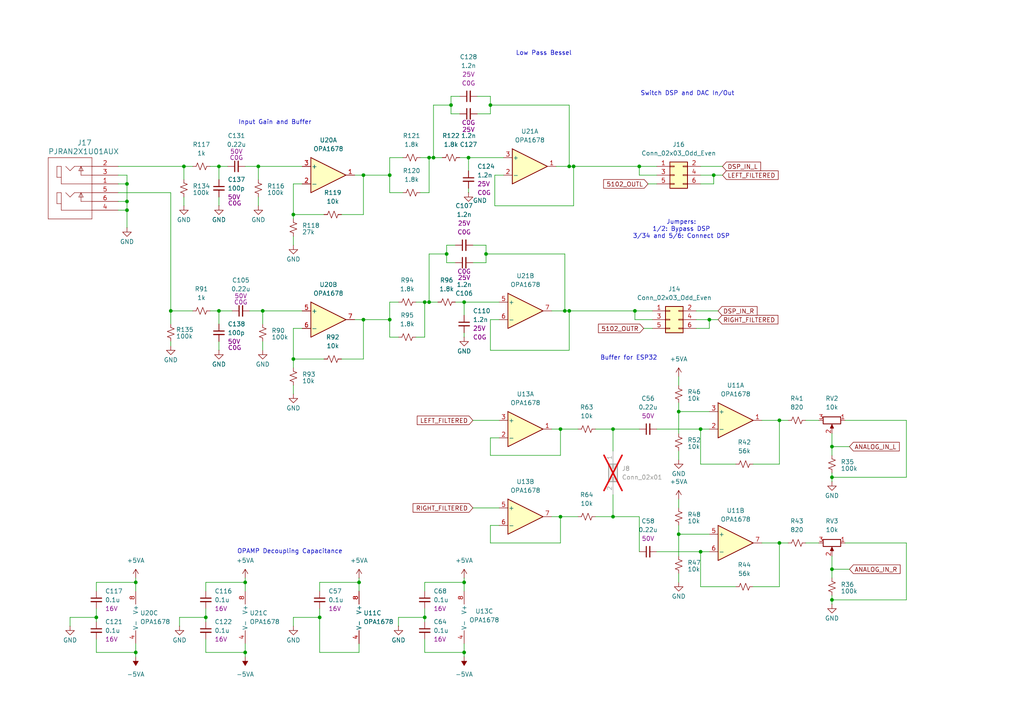
<source format=kicad_sch>
(kicad_sch (version 20250114) (generator "eeschema") (generator_version "9.0")
  (paper "A4")
  (lib_symbols
    (symbol "1_User_Library:Capacitor_non_polar" (pin_numbers (hide yes)) (pin_names (offset 0.254) (hide yes))
      (property "Reference" "C" (at 2.54 1.778 0))
      (property "Value" "val" (at 2.54 0 0))
      (property "Voltage" "Vol" (at 2.54 -2.032 0))
      (symbol "Capacitor_non_polar_1_1"
        (pin passive line (at 0 2.54 270) (length 2.032) (name "~") (number "1"))
        (pin passive line (at 0 -2.54 90) (length 2.032) (name "~") (number "2"))
      )
    )
    (symbol "1_User_Library:PJRAN2X1U01AUX" (pin_names (offset 0.254))
      (property "Reference" "J" (at 12.065 5.08 0))
      (property "Value" "PJRAN2X1U01AUX" (at 11.938 3.81 0))
      (symbol "PJRAN2X1U01AUX_1_0"
        (pin unspecified line (at -2.54 0 0) (length 7.62) (name "") (number "2"))
        (pin unspecified line (at -2.54 -2.54 0) (length 7.62) (name "") (number "3"))
        (pin unspecified line (at -2.54 -5.08 0) (length 7.62) (name "") (number "1"))
        (pin unspecified line (at -2.54 -7.62 0) (length 7.62) (name "") (number "5"))
        (pin unspecified line (at -2.54 -10.16 0) (length 7.62) (name "") (number "6"))
        (pin unspecified line (at -2.54 -12.7 0) (length 7.62) (name "") (number "4"))
      )
    )
    (symbol "1_User_Library:Resistor" (pin_numbers (hide yes)) (pin_names (offset 0.254) (hide yes))
      (property "Reference" "R" (at 0.762 0.508 0))
      (symbol "Resistor_1_1"
        (pin passive line (at 0 2.54 270) (length 1.016) (name "~") (number "1"))
        (pin passive line (at 0 -2.54 90) (length 1.016) (name "~") (number "2"))
      )
    )
    (symbol "Amplifier_Operational:OPA1678" (pin_names (offset 0.127))
      (property "Reference" "U" (at 0 5.08 0))
      (property "Value" "OPA1678" (at 0 -5.08 0))
      (symbol "OPA1678_1_1"
        (pin input line (at -7.62 2.54 0) (length 2.54) (name "+") (number "3"))
        (pin input line (at -7.62 -2.54 0) (length 2.54) (name "-") (number "2"))
        (pin output line (at 7.62 0 180) (length 2.54) (name "~") (number "1"))
      )
      (symbol "OPA1678_2_1"
        (pin input line (at -7.62 2.54 0) (length 2.54) (name "+") (number "5"))
        (pin input line (at -7.62 -2.54 0) (length 2.54) (name "-") (number "6"))
        (pin output line (at 7.62 0 180) (length 2.54) (name "~") (number "7"))
      )
      (symbol "OPA1678_3_1"
        (pin power_in line (at -2.54 7.62 270) (length 3.81) (name "V+") (number "8"))
        (pin power_in line (at -2.54 -7.62 90) (length 3.81) (name "V-") (number "4"))
      )
    )
    (symbol "Connector_Generic:Conn_02x01" (pin_names (offset 1.016) (hide yes))
      (property "Reference" "J" (at 1.27 2.54 0))
      (property "Value" "Conn_02x01" (at 1.27 -2.54 0))
      (symbol "Conn_02x01_1_1"
        (pin passive line (at -5.08 0 0) (length 3.81) (name "Pin_1") (number "1"))
        (pin passive line (at 7.62 0 180) (length 3.81) (name "Pin_2") (number "2"))
      )
    )
    (symbol "Connector_Generic:Conn_02x03_Odd_Even" (pin_names (offset 1.016) (hide yes))
      (property "Reference" "J" (at 1.27 5.08 0))
      (property "Value" "Conn_02x03_Odd_Even" (at 1.27 -5.08 0))
      (symbol "Conn_02x03_Odd_Even_1_1"
        (pin passive line (at -5.08 2.54 0) (length 3.81) (name "Pin_1") (number "1"))
        (pin passive line (at -5.08 0 0) (length 3.81) (name "Pin_3") (number "3"))
        (pin passive line (at -5.08 -2.54 0) (length 3.81) (name "Pin_5") (number "5"))
        (pin passive line (at 7.62 2.54 180) (length 3.81) (name "Pin_2") (number "2"))
        (pin passive line (at 7.62 0 180) (length 3.81) (name "Pin_4") (number "4"))
        (pin passive line (at 7.62 -2.54 180) (length 3.81) (name "Pin_6") (number "6"))
      )
    )
    (symbol "Device:R_Potentiometer" (pin_names (offset 1.016) (hide yes))
      (property "Reference" "RV" (at -4.445 0 90))
      (property "Value" "R_Potentiometer" (at -2.54 0 90))
      (symbol "R_Potentiometer_1_1"
        (pin passive line (at 0 3.81 270) (length 1.27) (name "1") (number "1"))
        (pin passive line (at 0 -3.81 90) (length 1.27) (name "3") (number "3"))
        (pin passive line (at 3.81 0 180) (length 1.27) (name "2") (number "2"))
      )
    )
    (symbol "power:+5VA" (power) (pin_numbers (hide yes)) (pin_names (offset 0) (hide yes))
      (property "Value" "+5VA" (at 0 3.556 0))
      (symbol "+5VA_1_1"
        (pin power_in line (at 0 0 90) (length 0) (name "~") (number "1"))
      )
    )
    (symbol "power:-5VA" (power) (pin_numbers (hide yes)) (pin_names (offset 0) (hide yes))
      (property "Value" "-5VA" (at 0 3.556 0))
      (symbol "-5VA_0_0"
        (pin power_in line (at 0 0 90) (length 0) (name "~") (number "1"))
      )
    )
    (symbol "power:GND" (power) (pin_numbers (hide yes)) (pin_names (offset 0) (hide yes))
      (property "Value" "GND" (at 0 -3.81 0))
      (symbol "GND_1_1"
        (pin power_in line (at 0 0 270) (length 0) (name "~") (number "1"))
      )
    )
  )
  (text "Jumpers:\n1/2: Bypass DSP\n3/34 and 5/6: Connect DSP" (at 197.612 66.548 0) (effects (font (size 1.27 1.27))))
  (text "Switch DSP and DAC In/Out" (at 199.39 27.178 0) (effects (font (size 1.27 1.27))))
  (text "Buffer for ESP32" (at 182.372 103.886 0) (effects (font (size 1.27 1.27))))
  (text "OPAMP Decoupling Capacitance" (at 84.074 160.02 0) (effects (font (size 1.27 1.27))))
  (text "Low Pass Bessel" (at 157.734 15.494 0) (effects (font (size 1.27 1.27))))
  (text "Input Gain and Buffer" (at 79.756 35.56 0) (effects (font (size 1.27 1.27))))
  (junction (at 130.81 30.48))
  (junction (at 134.62 87.63))
  (junction (at 162.56 149.86))
  (junction (at 36.83 60.96))
  (junction (at 124.46 45.72))
  (junction (at 134.62 189.23))
  (junction (at 177.8 124.46))
  (junction (at 205.74 92.71))
  (junction (at 226.06 121.92))
  (junction (at 39.37 189.23))
  (junction (at 105.41 50.8))
  (junction (at 135.89 45.72))
  (junction (at 63.5 90.17))
  (junction (at 203.2 124.46))
  (junction (at 76.2 90.17))
  (junction (at 49.53 90.17))
  (junction (at 113.03 92.71))
  (junction (at 59.69 179.07))
  (junction (at 134.62 168.91))
  (junction (at 207.01 50.8))
  (junction (at 63.5 48.26))
  (junction (at 53.34 48.26))
  (junction (at 163.83 90.17))
  (junction (at 162.56 124.46))
  (junction (at 185.42 48.26))
  (junction (at 125.73 45.72))
  (junction (at 123.19 179.07))
  (junction (at 142.24 30.48))
  (junction (at 241.3 138.43))
  (junction (at 177.8 149.86))
  (junction (at 124.46 87.63))
  (junction (at 165.1 90.17))
  (junction (at 196.85 119.38))
  (junction (at 85.09 62.23))
  (junction (at 36.83 53.34))
  (junction (at 165.1 48.26))
  (junction (at 140.97 73.66))
  (junction (at 74.93 48.26))
  (junction (at 123.19 87.63))
  (junction (at 27.94 179.07))
  (junction (at 129.54 73.66))
  (junction (at 39.37 168.91))
  (junction (at 85.09 104.14))
  (junction (at 241.3 173.99))
  (junction (at 104.14 168.91))
  (junction (at 241.3 129.54))
  (junction (at 203.2 160.02))
  (junction (at 226.06 157.48))
  (junction (at 166.37 48.26))
  (junction (at 184.15 90.17))
  (junction (at 92.71 179.07))
  (junction (at 36.83 58.42))
  (junction (at 113.03 50.8))
  (junction (at 71.12 189.23))
  (junction (at 196.85 154.94))
  (junction (at 71.12 168.91))
  (junction (at 105.41 92.71))
  (junction (at 241.3 165.1))
  (wire (pts (xy 115.57 179.07) (xy 123.19 179.07)))
  (wire (pts (xy 36.83 53.34) (xy 36.83 58.42)))
  (wire (pts (xy 49.53 90.17) (xy 55.88 90.17)))
  (wire (pts (xy 196.85 166.37) (xy 196.85 168.91)))
  (wire (pts (xy 186.69 95.25) (xy 189.23 95.25)))
  (wire (pts (xy 27.94 176.53) (xy 27.94 179.07)))
  (wire (pts (xy 123.19 176.53) (xy 123.19 179.07)))
  (wire (pts (xy 137.16 121.92) (xy 144.78 121.92)))
  (wire (pts (xy 115.57 181.61) (xy 115.57 179.07)))
  (wire (pts (xy 85.09 181.61) (xy 85.09 179.07)))
  (wire (pts (xy 105.41 92.71) (xy 105.41 104.14)))
  (wire (pts (xy 185.42 160.02) (xy 185.42 149.86)))
  (wire (pts (xy 140.97 73.66) (xy 163.83 73.66)))
  (wire (pts (xy 123.19 97.79) (xy 123.19 87.63)))
  (wire (pts (xy 207.01 50.8) (xy 209.55 50.8)))
  (wire (pts (xy 241.3 138.43) (xy 241.3 139.7)))
  (wire (pts (xy 121.92 55.88) (xy 124.46 55.88)))
  (wire (pts (xy 113.03 45.72) (xy 116.84 45.72)))
  (wire (pts (xy 134.62 189.23) (xy 134.62 190.5)))
  (wire (pts (xy 142.24 30.48) (xy 165.1 30.48)))
  (wire (pts (xy 113.03 92.71) (xy 113.03 97.79)))
  (wire (pts (xy 74.93 57.15) (xy 74.93 59.69)))
  (wire (pts (xy 203.2 53.34) (xy 207.01 53.34)))
  (wire (pts (xy 137.16 76.2) (xy 140.97 76.2)))
  (wire (pts (xy 262.89 157.48) (xy 262.89 173.99)))
  (wire (pts (xy 115.57 97.79) (xy 113.03 97.79)))
  (wire (pts (xy 87.63 53.34) (xy 85.09 53.34)))
  (wire (pts (xy 196.85 130.81) (xy 196.85 133.35)))
  (wire (pts (xy 27.94 189.23) (xy 39.37 189.23)))
  (wire (pts (xy 203.2 170.18) (xy 203.2 160.02)))
  (wire (pts (xy 129.54 76.2) (xy 129.54 73.66)))
  (wire (pts (xy 196.85 109.22) (xy 196.85 111.76)))
  (wire (pts (xy 241.3 129.54) (xy 246.38 129.54)))
  (wire (pts (xy 105.41 92.71) (xy 113.03 92.71)))
  (wire (pts (xy 134.62 96.52) (xy 134.62 97.79)))
  (wire (pts (xy 135.89 54.61) (xy 135.89 55.88)))
  (wire (pts (xy 104.14 186.69) (xy 104.14 189.23)))
  (wire (pts (xy 134.62 168.91) (xy 134.62 171.45)))
  (wire (pts (xy 163.83 90.17) (xy 165.1 90.17)))
  (wire (pts (xy 60.96 48.26) (xy 63.5 48.26)))
  (wire (pts (xy 133.35 45.72) (xy 135.89 45.72)))
  (wire (pts (xy 85.09 111.76) (xy 85.09 114.3)))
  (wire (pts (xy 20.32 179.07) (xy 27.94 179.07)))
  (wire (pts (xy 196.85 154.94) (xy 196.85 161.29)))
  (wire (pts (xy 74.93 48.26) (xy 74.93 52.07)))
  (wire (pts (xy 116.84 55.88) (xy 113.03 55.88)))
  (wire (pts (xy 226.06 121.92) (xy 228.6 121.92)))
  (wire (pts (xy 113.03 50.8) (xy 113.03 55.88)))
  (wire (pts (xy 177.8 124.46) (xy 177.8 130.81)))
  (wire (pts (xy 137.16 147.32) (xy 144.78 147.32)))
  (wire (pts (xy 201.93 90.17) (xy 208.28 90.17)))
  (wire (pts (xy 143.51 50.8) (xy 143.51 59.69)))
  (wire (pts (xy 135.89 45.72) (xy 135.89 49.53)))
  (wire (pts (xy 241.3 172.72) (xy 241.3 173.99)))
  (wire (pts (xy 53.34 48.26) (xy 53.34 52.07)))
  (wire (pts (xy 144.78 127) (xy 142.24 127)))
  (wire (pts (xy 172.72 124.46) (xy 177.8 124.46)))
  (wire (pts (xy 190.5 50.8) (xy 185.42 50.8)))
  (wire (pts (xy 113.03 87.63) (xy 115.57 87.63)))
  (wire (pts (xy 76.2 99.06) (xy 76.2 101.6)))
  (wire (pts (xy 34.29 50.8) (xy 36.83 50.8)))
  (wire (pts (xy 92.71 189.23) (xy 104.14 189.23)))
  (wire (pts (xy 162.56 157.48) (xy 162.56 149.86)))
  (wire (pts (xy 165.1 48.26) (xy 166.37 48.26)))
  (wire (pts (xy 39.37 189.23) (xy 39.37 190.5)))
  (wire (pts (xy 140.97 76.2) (xy 140.97 73.66)))
  (wire (pts (xy 189.23 92.71) (xy 184.15 92.71)))
  (wire (pts (xy 120.65 87.63) (xy 123.19 87.63)))
  (wire (pts (xy 143.51 59.69) (xy 166.37 59.69)))
  (wire (pts (xy 220.98 157.48) (xy 226.06 157.48)))
  (wire (pts (xy 218.44 134.62) (xy 226.06 134.62)))
  (wire (pts (xy 63.5 90.17) (xy 67.31 90.17)))
  (wire (pts (xy 99.06 62.23) (xy 105.41 62.23)))
  (wire (pts (xy 203.2 48.26) (xy 209.55 48.26)))
  (wire (pts (xy 105.41 50.8) (xy 105.41 62.23)))
  (wire (pts (xy 124.46 55.88) (xy 124.46 45.72)))
  (wire (pts (xy 134.62 87.63) (xy 134.62 91.44)))
  (wire (pts (xy 123.19 87.63) (xy 124.46 87.63)))
  (wire (pts (xy 102.87 50.8) (xy 105.41 50.8)))
  (wire (pts (xy 241.3 161.29) (xy 241.3 165.1)))
  (wire (pts (xy 34.29 48.26) (xy 53.34 48.26)))
  (wire (pts (xy 245.11 121.92) (xy 262.89 121.92)))
  (wire (pts (xy 226.06 134.62) (xy 226.06 121.92)))
  (wire (pts (xy 134.62 87.63) (xy 144.78 87.63)))
  (wire (pts (xy 85.09 95.25) (xy 85.09 104.14)))
  (wire (pts (xy 233.68 157.48) (xy 237.49 157.48)))
  (wire (pts (xy 166.37 59.69) (xy 166.37 48.26)))
  (wire (pts (xy 144.78 92.71) (xy 142.24 92.71)))
  (wire (pts (xy 27.94 171.45) (xy 27.94 168.91)))
  (wire (pts (xy 85.09 62.23) (xy 85.09 63.5)))
  (wire (pts (xy 207.01 53.34) (xy 207.01 50.8)))
  (wire (pts (xy 165.1 101.6) (xy 165.1 90.17)))
  (wire (pts (xy 124.46 87.63) (xy 127 87.63)))
  (wire (pts (xy 130.81 27.94) (xy 130.81 30.48)))
  (wire (pts (xy 39.37 186.69) (xy 39.37 189.23)))
  (wire (pts (xy 160.02 124.46) (xy 162.56 124.46)))
  (wire (pts (xy 59.69 185.42) (xy 59.69 189.23)))
  (wire (pts (xy 85.09 179.07) (xy 92.71 179.07)))
  (wire (pts (xy 59.69 171.45) (xy 59.69 168.91)))
  (wire (pts (xy 71.12 48.26) (xy 74.93 48.26)))
  (wire (pts (xy 203.2 124.46) (xy 205.74 124.46)))
  (wire (pts (xy 105.41 104.14) (xy 99.06 104.14)))
  (wire (pts (xy 135.89 45.72) (xy 146.05 45.72)))
  (wire (pts (xy 130.81 30.48) (xy 125.73 30.48)))
  (wire (pts (xy 34.29 58.42) (xy 36.83 58.42)))
  (wire (pts (xy 142.24 101.6) (xy 165.1 101.6)))
  (wire (pts (xy 92.71 176.53) (xy 92.71 179.07)))
  (wire (pts (xy 133.35 33.02) (xy 130.81 33.02)))
  (wire (pts (xy 104.14 168.91) (xy 104.14 171.45)))
  (wire (pts (xy 59.69 176.53) (xy 59.69 179.07)))
  (wire (pts (xy 137.16 71.12) (xy 140.97 71.12)))
  (wire (pts (xy 142.24 152.4) (xy 142.24 157.48)))
  (wire (pts (xy 245.11 157.48) (xy 262.89 157.48)))
  (wire (pts (xy 185.42 50.8) (xy 185.42 48.26)))
  (wire (pts (xy 92.71 171.45) (xy 92.71 168.91)))
  (wire (pts (xy 203.2 160.02) (xy 205.74 160.02)))
  (wire (pts (xy 201.93 92.71) (xy 205.74 92.71)))
  (wire (pts (xy 177.8 143.51) (xy 177.8 149.86)))
  (wire (pts (xy 132.08 76.2) (xy 129.54 76.2)))
  (wire (pts (xy 134.62 167.64) (xy 134.62 168.91)))
  (wire (pts (xy 241.3 173.99) (xy 241.3 175.26)))
  (wire (pts (xy 185.42 48.26) (xy 190.5 48.26)))
  (wire (pts (xy 71.12 167.64) (xy 71.12 168.91)))
  (wire (pts (xy 162.56 149.86) (xy 167.64 149.86)))
  (wire (pts (xy 76.2 90.17) (xy 87.63 90.17)))
  (wire (pts (xy 104.14 167.64) (xy 104.14 168.91)))
  (wire (pts (xy 241.3 165.1) (xy 246.38 165.1)))
  (wire (pts (xy 196.85 119.38) (xy 205.74 119.38)))
  (wire (pts (xy 105.41 50.8) (xy 113.03 50.8)))
  (wire (pts (xy 93.98 104.14) (xy 85.09 104.14)))
  (wire (pts (xy 196.85 144.78) (xy 196.85 147.32)))
  (wire (pts (xy 36.83 58.42) (xy 36.83 60.96)))
  (wire (pts (xy 125.73 30.48) (xy 125.73 45.72)))
  (wire (pts (xy 132.08 87.63) (xy 134.62 87.63)))
  (wire (pts (xy 63.5 59.69) (xy 63.5 57.15)))
  (wire (pts (xy 53.34 48.26) (xy 55.88 48.26)))
  (wire (pts (xy 130.81 33.02) (xy 130.81 30.48)))
  (wire (pts (xy 162.56 132.08) (xy 162.56 124.46)))
  (wire (pts (xy 85.09 104.14) (xy 85.09 106.68)))
  (wire (pts (xy 241.3 125.73) (xy 241.3 129.54)))
  (wire (pts (xy 124.46 45.72) (xy 125.73 45.72)))
  (wire (pts (xy 63.5 101.6) (xy 63.5 99.06)))
  (wire (pts (xy 27.94 185.42) (xy 27.94 189.23)))
  (wire (pts (xy 177.8 149.86) (xy 172.72 149.86)))
  (wire (pts (xy 71.12 168.91) (xy 71.12 171.45)))
  (wire (pts (xy 177.8 124.46) (xy 185.42 124.46)))
  (wire (pts (xy 241.3 137.16) (xy 241.3 138.43)))
  (wire (pts (xy 49.53 90.17) (xy 49.53 55.88)))
  (wire (pts (xy 129.54 71.12) (xy 129.54 73.66)))
  (wire (pts (xy 63.5 48.26) (xy 63.5 52.07)))
  (wire (pts (xy 123.19 179.07) (xy 123.19 180.34)))
  (wire (pts (xy 74.93 48.26) (xy 87.63 48.26)))
  (wire (pts (xy 185.42 149.86) (xy 177.8 149.86)))
  (wire (pts (xy 49.53 90.17) (xy 49.53 93.98)))
  (wire (pts (xy 201.93 95.25) (xy 205.74 95.25)))
  (wire (pts (xy 142.24 157.48) (xy 162.56 157.48)))
  (wire (pts (xy 123.19 189.23) (xy 134.62 189.23)))
  (wire (pts (xy 140.97 71.12) (xy 140.97 73.66)))
  (wire (pts (xy 34.29 60.96) (xy 36.83 60.96)))
  (wire (pts (xy 226.06 157.48) (xy 228.6 157.48)))
  (wire (pts (xy 113.03 45.72) (xy 113.03 50.8)))
  (wire (pts (xy 142.24 33.02) (xy 142.24 30.48)))
  (wire (pts (xy 165.1 90.17) (xy 184.15 90.17)))
  (wire (pts (xy 53.34 57.15) (xy 53.34 59.69)))
  (wire (pts (xy 196.85 154.94) (xy 205.74 154.94)))
  (wire (pts (xy 165.1 30.48) (xy 165.1 48.26)))
  (wire (pts (xy 166.37 48.26) (xy 185.42 48.26)))
  (wire (pts (xy 125.73 45.72) (xy 128.27 45.72)))
  (wire (pts (xy 160.02 90.17) (xy 163.83 90.17)))
  (wire (pts (xy 233.68 121.92) (xy 237.49 121.92)))
  (wire (pts (xy 49.53 99.06) (xy 49.53 100.33)))
  (wire (pts (xy 142.24 127) (xy 142.24 132.08)))
  (wire (pts (xy 34.29 53.34) (xy 36.83 53.34)))
  (wire (pts (xy 146.05 50.8) (xy 143.51 50.8)))
  (wire (pts (xy 85.09 53.34) (xy 85.09 62.23)))
  (wire (pts (xy 163.83 73.66) (xy 163.83 90.17)))
  (wire (pts (xy 129.54 73.66) (xy 124.46 73.66)))
  (wire (pts (xy 123.19 168.91) (xy 134.62 168.91)))
  (wire (pts (xy 71.12 186.69) (xy 71.12 189.23)))
  (wire (pts (xy 213.36 134.62) (xy 203.2 134.62)))
  (wire (pts (xy 162.56 124.46) (xy 167.64 124.46)))
  (wire (pts (xy 218.44 170.18) (xy 226.06 170.18)))
  (wire (pts (xy 60.96 90.17) (xy 63.5 90.17)))
  (wire (pts (xy 213.36 170.18) (xy 203.2 170.18)))
  (wire (pts (xy 124.46 73.66) (xy 124.46 87.63)))
  (wire (pts (xy 262.89 138.43) (xy 241.3 138.43)))
  (wire (pts (xy 59.69 168.91) (xy 71.12 168.91)))
  (wire (pts (xy 39.37 167.64) (xy 39.37 168.91)))
  (wire (pts (xy 85.09 62.23) (xy 93.98 62.23)))
  (wire (pts (xy 262.89 121.92) (xy 262.89 138.43)))
  (wire (pts (xy 203.2 134.62) (xy 203.2 124.46)))
  (wire (pts (xy 92.71 168.91) (xy 104.14 168.91)))
  (wire (pts (xy 123.19 171.45) (xy 123.19 168.91)))
  (wire (pts (xy 34.29 55.88) (xy 49.53 55.88)))
  (wire (pts (xy 241.3 129.54) (xy 241.3 132.08)))
  (wire (pts (xy 142.24 132.08) (xy 162.56 132.08)))
  (wire (pts (xy 85.09 68.58) (xy 85.09 71.12)))
  (wire (pts (xy 187.96 53.34) (xy 190.5 53.34)))
  (wire (pts (xy 142.24 92.71) (xy 142.24 101.6)))
  (wire (pts (xy 196.85 152.4) (xy 196.85 154.94)))
  (wire (pts (xy 92.71 179.07) (xy 92.71 189.23)))
  (wire (pts (xy 241.3 165.1) (xy 241.3 167.64)))
  (wire (pts (xy 123.19 185.42) (xy 123.19 189.23)))
  (wire (pts (xy 184.15 92.71) (xy 184.15 90.17)))
  (wire (pts (xy 142.24 27.94) (xy 142.24 30.48)))
  (wire (pts (xy 52.07 181.61) (xy 52.07 179.07)))
  (wire (pts (xy 205.74 92.71) (xy 208.28 92.71)))
  (wire (pts (xy 138.43 27.94) (xy 142.24 27.94)))
  (wire (pts (xy 226.06 170.18) (xy 226.06 157.48)))
  (wire (pts (xy 262.89 173.99) (xy 241.3 173.99)))
  (wire (pts (xy 190.5 160.02) (xy 203.2 160.02)))
  (wire (pts (xy 120.65 97.79) (xy 123.19 97.79)))
  (wire (pts (xy 71.12 189.23) (xy 71.12 190.5)))
  (wire (pts (xy 138.43 33.02) (xy 142.24 33.02)))
  (wire (pts (xy 220.98 121.92) (xy 226.06 121.92)))
  (wire (pts (xy 161.29 48.26) (xy 165.1 48.26)))
  (wire (pts (xy 36.83 60.96) (xy 36.83 66.04)))
  (wire (pts (xy 196.85 116.84) (xy 196.85 119.38)))
  (wire (pts (xy 39.37 168.91) (xy 39.37 171.45)))
  (wire (pts (xy 190.5 124.46) (xy 203.2 124.46)))
  (wire (pts (xy 134.62 186.69) (xy 134.62 189.23)))
  (wire (pts (xy 160.02 149.86) (xy 162.56 149.86)))
  (wire (pts (xy 203.2 50.8) (xy 207.01 50.8)))
  (wire (pts (xy 132.08 71.12) (xy 129.54 71.12)))
  (wire (pts (xy 72.39 90.17) (xy 76.2 90.17)))
  (wire (pts (xy 59.69 179.07) (xy 59.69 180.34)))
  (wire (pts (xy 36.83 50.8) (xy 36.83 53.34)))
  (wire (pts (xy 144.78 152.4) (xy 142.24 152.4)))
  (wire (pts (xy 63.5 48.26) (xy 66.04 48.26)))
  (wire (pts (xy 113.03 87.63) (xy 113.03 92.71)))
  (wire (pts (xy 59.69 189.23) (xy 71.12 189.23)))
  (wire (pts (xy 184.15 90.17) (xy 189.23 90.17)))
  (wire (pts (xy 87.63 95.25) (xy 85.09 95.25)))
  (wire (pts (xy 63.5 90.17) (xy 63.5 93.98)))
  (wire (pts (xy 27.94 168.91) (xy 39.37 168.91)))
  (wire (pts (xy 20.32 181.61) (xy 20.32 179.07)))
  (wire (pts (xy 102.87 92.71) (xy 105.41 92.71)))
  (wire (pts (xy 205.74 95.25) (xy 205.74 92.71)))
  (wire (pts (xy 52.07 179.07) (xy 59.69 179.07)))
  (wire (pts (xy 121.92 45.72) (xy 124.46 45.72)))
  (wire (pts (xy 196.85 119.38) (xy 196.85 125.73)))
  (wire (pts (xy 27.94 179.07) (xy 27.94 180.34)))
  (wire (pts (xy 76.2 90.17) (xy 76.2 93.98)))
  (wire (pts (xy 133.35 27.94) (xy 130.81 27.94)))
  (global_label "DSP_IN_L" (shape input) (at 209.55 48.26 0) (property "Intersheetrefs" "${INTERSHEET_REFS}" (effects (hide yes))))
  (global_label "LEFT_FILTERED" (shape input) (at 209.55 50.8 0) (property "Intersheetrefs" "${INTERSHEET_REFS}" (effects (hide yes))))
  (global_label "ANALOG_IN_L" (shape input) (at 246.38 129.54 0) (property "Intersheetrefs" "${INTERSHEET_REFS}" (effects (hide yes))))
  (global_label "RIGHT_FILTERED" (shape input) (at 208.28 92.71 0) (property "Intersheetrefs" "${INTERSHEET_REFS}" (effects (hide yes))))
  (global_label "ANALOG_IN_R" (shape input) (at 246.38 165.1 0) (property "Intersheetrefs" "${INTERSHEET_REFS}" (effects (hide yes))))
  (global_label "RIGHT_FILTERED" (shape input) (at 137.16 147.32 180) (property "Intersheetrefs" "${INTERSHEET_REFS}" (effects (hide yes))))
  (global_label "DSP_IN_R" (shape input) (at 208.28 90.17 0) (property "Intersheetrefs" "${INTERSHEET_REFS}" (effects (hide yes))))
  (global_label "5102_OUTR" (shape input) (at 186.69 95.25 180) (property "Intersheetrefs" "${INTERSHEET_REFS}" (effects (hide yes))))
  (global_label "5102_OUTL" (shape input) (at 187.96 53.34 180) (property "Intersheetrefs" "${INTERSHEET_REFS}" (effects (hide yes))))
  (global_label "LEFT_FILTERED" (shape input) (at 137.16 121.92 180) (property "Intersheetrefs" "${INTERSHEET_REFS}" (effects (hide yes))))
  (symbol (lib_id "power:GND") (at 115.57 181.61 0) (unit 1)
    (property "Reference" "#PWR0135" (effects (hide yes)))
    (property "Value" "GND" (at 115.57 185.674 0))
    (property "Description" "Power symbol creates a global label with name \"GND\" , ground" (effects (hide yes)))
  )
  (symbol (lib_id "Amplifier_Operational:OPA1678") (at 152.4 90.17 0) (unit 2)
    (property "Reference" "U21" (at 152.4 80.01 0))
    (property "Value" "OPA1678" (at 152.4 82.55 0))
    (property "Footprint" "Package_SO:SOIC-8_3.9x4.9mm_P1.27mm" (effects (hide yes)))
    (property "Datasheet" "http://www.ti.com/lit/ds/symlink/opa1678.pdf" (effects (hide yes)))
    (property "Description" "Low-Distortion Audio Operational Amplifiers, SOIC-8/VSSOP-8" (effects (hide yes)))
    (property "Part Number" "OPA1678IDR" (effects (hide yes)))
    (property "Manufacturer_Part_Number" "OPA1678IDR" (effects (hide yes)))
  )
  (symbol (lib_id "power:+5VA") (at 196.85 109.22 0) (unit 1)
    (property "Reference" "#PWR016" (effects (hide yes)))
    (property "Value" "+5VA" (at 196.85 104.14 0))
    (property "Description" "Power symbol creates a global label with name \"+5VA\"" (effects (hide yes)))
  )
  (symbol (lib_id "1_User_Library:Resistor") (at 96.52 104.14 270) (unit 1)
    (property "Reference" "R92" (at 96.52 97.79 90))
    (property "Value" "10k" (at 96.52 100.33 90))
    (property "Footprint" "Resistor_SMD:R_0603_1608Metric" (effects (hide yes)))
    (property "Part Number" "CRCW060310K0FKEA" (effects (hide yes)))
  )
  (symbol (lib_id "1_User_Library:Capacitor_non_polar") (at 135.89 52.07 0) (unit 1)
    (property "Reference" "C124" (at 138.43 48.2662 0) (effects (justify left)))
    (property "Value" "1.2n" (at 138.43 50.8062 0) (effects (justify left)))
    (property "Footprint" "Capacitor_SMD:C_0603_1608Metric" (effects (hide yes)))
    (property "Part Number" "GRM1885C1E122JA01D" (effects (hide yes)))
    (property "Voltage" "25V" (at 138.43 53.3462 0) (effects (justify left)))
    (property "Manufacturer_Part_Number" "GRM1885C1E122JA01D" (effects (hide yes)))
    (property "Dielectric" "C0G" (at 138.43 55.8862 0) (effects (justify left)))
  )
  (symbol (lib_id "1_User_Library:Capacitor_non_polar") (at 135.89 27.94 90) (unit 1)
    (property "Reference" "C128" (at 135.8963 16.51 90))
    (property "Value" "1.2n" (at 135.8963 19.05 90))
    (property "Footprint" "Capacitor_SMD:C_0603_1608Metric" (effects (hide yes)))
    (property "Part Number" "GRM1885C1E122JA01D" (effects (hide yes)))
    (property "Voltage" "25V" (at 135.8963 21.59 90))
    (property "Manufacturer_Part_Number" "GRM1885C1E122JA01D" (effects (hide yes)))
    (property "Dielectric" "C0G" (at 135.8963 24.13 90))
  )
  (symbol (lib_id "1_User_Library:Resistor") (at 215.9 134.62 270) (unit 1)
    (property "Reference" "R42" (at 215.9 128.27 90))
    (property "Value" "56k" (at 215.9 130.81 90))
    (property "Footprint" "Resistor_SMD:R_0603_1608Metric" (effects (hide yes)))
    (property "Part Number" "CRCW060356K0FKEA" (effects (hide yes)))
  )
  (symbol (lib_id "1_User_Library:Resistor") (at 170.18 124.46 270) (unit 1)
    (property "Reference" "R63" (at 170.18 118.11 90))
    (property "Value" "10k" (at 170.18 120.65 90))
    (property "Footprint" "Resistor_SMD:R_0603_1608Metric" (effects (hide yes)))
    (property "Part Number" "CRCW060310K0FKEA" (effects (hide yes)))
  )
  (symbol (lib_id "power:GND") (at 49.53 100.33 0) (unit 1)
    (property "Reference" "#PWR0145" (effects (hide yes)))
    (property "Value" "GND" (at 49.53 104.394 0))
    (property "Description" "Power symbol creates a global label with name \"GND\" , ground" (effects (hide yes)))
  )
  (symbol (lib_id "Amplifier_Operational:OPA1678") (at 213.36 121.92 0) (unit 1)
    (property "Reference" "U11" (at 213.36 111.76 0))
    (property "Value" "OPA1678" (at 213.36 114.3 0))
    (property "Footprint" "Package_SO:SOIC-8_3.9x4.9mm_P1.27mm" (effects (hide yes)))
    (property "Datasheet" "http://www.ti.com/lit/ds/symlink/opa1678.pdf" (effects (hide yes)))
    (property "Description" "Low-Distortion Audio Operational Amplifiers, SOIC-8/VSSOP-8" (effects (hide yes)))
    (property "Part Number" "OPA1678IDR" (effects (hide yes)))
    (property "Manufacturer_Part_Number" "OPA1678IDR" (effects (hide yes)))
  )
  (symbol (lib_id "power:-5VA") (at 134.62 190.5 180) (unit 1)
    (property "Reference" "#PWR019" (effects (hide yes)))
    (property "Value" "-5VA" (at 134.62 195.58 0))
    (property "Description" "Power symbol creates a global label with name \"-5VA\"" (effects (hide yes)))
  )
  (symbol (lib_id "power:GND") (at 135.89 55.88 0) (unit 1)
    (property "Reference" "#PWR066" (effects (hide yes)))
    (property "Value" "GND" (at 139.192 58.166 0))
    (property "Description" "Power symbol creates a global label with name \"GND\" , ground" (effects (hide yes)))
  )
  (symbol (lib_id "power:GND") (at 36.83 66.04 0) (unit 1)
    (property "Reference" "#PWR012" (effects (hide yes)))
    (property "Value" "GND" (at 36.83 70.104 0))
    (property "Description" "Power symbol creates a global label with name \"GND\" , ground" (effects (hide yes)))
  )
  (symbol (lib_id "1_User_Library:Resistor") (at 196.85 114.3 180) (unit 1)
    (property "Reference" "R46" (at 199.39 113.6649 0) (effects (justify right)))
    (property "Value" "10k" (at 199.39 115.57 0) (effects (justify right)))
    (property "Footprint" "Resistor_SMD:R_0603_1608Metric" (effects (hide yes)))
    (property "Part Number" "CRCW060310K0FKEA" (effects (hide yes)))
  )
  (symbol (lib_id "Amplifier_Operational:OPA1678") (at 106.68 179.07 0) (unit 3)
    (property "Reference" "U11" (at 105.41 177.7999 0) (effects (justify left)))
    (property "Value" "OPA1678" (at 105.41 180.3399 0) (effects (justify left)))
    (property "Footprint" "Package_SO:SOIC-8_3.9x4.9mm_P1.27mm" (effects (hide yes)))
    (property "Datasheet" "http://www.ti.com/lit/ds/symlink/opa1678.pdf" (effects (hide yes)))
    (property "Description" "Low-Distortion Audio Operational Amplifiers, SOIC-8/VSSOP-8" (effects (hide yes)))
    (property "Part Number" "OPA1678IDR" (effects (hide yes)))
    (property "Manufacturer_Part_Number" "OPA1678IDR" (effects (hide yes)))
  )
  (symbol (lib_id "power:-5VA") (at 71.12 190.5 180) (unit 1)
    (property "Reference" "#PWR013" (effects (hide yes)))
    (property "Value" "-5VA" (at 71.12 195.58 0))
    (property "Description" "Power symbol creates a global label with name \"-5VA\"" (effects (hide yes)))
  )
  (symbol (lib_id "power:+5VA") (at 196.85 144.78 0) (unit 1)
    (property "Reference" "#PWR046" (effects (hide yes)))
    (property "Value" "+5VA" (at 196.85 139.7 0))
    (property "Description" "Power symbol creates a global label with name \"+5VA\"" (effects (hide yes)))
  )
  (symbol (lib_id "1_User_Library:Resistor") (at 119.38 55.88 270) (unit 1)
    (property "Reference" "R120" (at 119.38 49.53 90))
    (property "Value" "1.8k" (at 119.38 52.07 90))
    (property "Footprint" "Resistor_SMD:R_0603_1608Metric" (effects (hide yes)))
    (property "Part Number" "CRCW06031K80FKEA" (effects (hide yes)))
  )
  (symbol (lib_id "power:GND") (at 74.93 59.69 0) (unit 1)
    (property "Reference" "#PWR063" (effects (hide yes)))
    (property "Value" "GND" (at 74.93 63.754 0))
    (property "Description" "Power symbol creates a global label with name \"GND\" , ground" (effects (hide yes)))
  )
  (symbol (lib_id "1_User_Library:Resistor") (at 196.85 128.27 180) (unit 1)
    (property "Reference" "R52" (at 199.39 127.6349 0) (effects (justify right)))
    (property "Value" "10k" (at 199.39 129.54 0) (effects (justify right)))
    (property "Footprint" "Resistor_SMD:R_0603_1608Metric" (effects (hide yes)))
    (property "Part Number" "CRCW060310K0FKEA" (effects (hide yes)))
  )
  (symbol (lib_id "1_User_Library:Resistor") (at 53.34 54.61 180) (unit 1)
    (property "Reference" "R134" (at 55.88 53.9749 0) (effects (justify right)))
    (property "Value" "100k" (at 55.88 55.88 0) (effects (justify right)))
    (property "Footprint" "Resistor_SMD:R_0603_1608Metric" (effects (hide yes)))
    (property "Part Number" "CRCW0603100KFKEA" (effects (hide yes)))
  )
  (symbol (lib_id "Amplifier_Operational:OPA1678") (at 73.66 179.07 0) (unit 3)
    (property "Reference" "U21" (at 72.39 177.7999 0) (effects (justify left)))
    (property "Value" "OPA1678" (at 72.39 180.3399 0) (effects (justify left)))
    (property "Footprint" "Package_SO:SOIC-8_3.9x4.9mm_P1.27mm" (effects (hide yes)))
    (property "Datasheet" "http://www.ti.com/lit/ds/symlink/opa1678.pdf" (effects (hide yes)))
    (property "Description" "Low-Distortion Audio Operational Amplifiers, SOIC-8/VSSOP-8" (effects (hide yes)))
    (property "Part Number" "OPA1678IDR" (effects (hide yes)))
    (property "Manufacturer_Part_Number" "OPA1678IDR" (effects (hide yes)))
  )
  (symbol (lib_id "power:GND") (at 63.5 59.69 0) (unit 1)
    (property "Reference" "#PWR0140" (effects (hide yes)))
    (property "Value" "GND" (at 63.5 63.754 0))
    (property "Description" "Power symbol creates a global label with name \"GND\" , ground" (effects (hide yes)))
  )
  (symbol (lib_id "1_User_Library:Capacitor_non_polar") (at 123.19 173.99 0) (unit 1)
    (property "Reference" "C68" (at 125.73 171.4562 0) (effects (justify left)))
    (property "Value" "0.1u" (at 125.73 173.9962 0) (effects (justify left)))
    (property "Footprint" "Capacitor_SMD:C_0603_1608Metric" (effects (hide yes)))
    (property "Part Number" "GCJ188R71C104KA01D" (effects (hide yes)))
    (property "Voltage" "16V" (at 125.73 176.5362 0) (effects (justify left)))
    (property "Manufacturer_Part_Number" "GCJ188R71C104KA01D" (effects (hide yes)))
  )
  (symbol (lib_id "1_User_Library:Resistor") (at 170.18 149.86 270) (unit 1)
    (property "Reference" "R64" (at 170.18 143.51 90))
    (property "Value" "10k" (at 170.18 146.05 90))
    (property "Footprint" "Resistor_SMD:R_0603_1608Metric" (effects (hide yes)))
    (property "Part Number" "CRCW060310K0FKEA" (effects (hide yes)))
  )
  (symbol (lib_id "Amplifier_Operational:OPA1678") (at 95.25 50.8 0) (unit 1)
    (property "Reference" "U20" (at 95.25 40.64 0))
    (property "Value" "OPA1678" (at 95.25 43.18 0))
    (property "Footprint" "Package_SO:SOIC-8_3.9x4.9mm_P1.27mm" (effects (hide yes)))
    (property "Datasheet" "http://www.ti.com/lit/ds/symlink/opa1678.pdf" (effects (hide yes)))
    (property "Description" "Low-Distortion Audio Operational Amplifiers, SOIC-8/VSSOP-8" (effects (hide yes)))
    (property "Part Number" "OPA1678IDR" (effects (hide yes)))
    (property "Manufacturer_Part_Number" "OPA1678IDR" (effects (hide yes)))
  )
  (symbol (lib_id "1_User_Library:Resistor") (at 49.53 96.52 180) (unit 1)
    (property "Reference" "R135" (at 51.054 95.6309 0) (effects (justify right)))
    (property "Value" "100k" (at 51.054 97.536 0) (effects (justify right)))
    (property "Footprint" "Resistor_SMD:R_0603_1608Metric" (effects (hide yes)))
    (property "Part Number" "CRCW0603100KFKEA" (effects (hide yes)))
  )
  (symbol (lib_id "Amplifier_Operational:OPA1678") (at 41.91 179.07 0) (unit 3)
    (property "Reference" "U20" (at 40.64 177.7999 0) (effects (justify left)))
    (property "Value" "OPA1678" (at 40.64 180.3399 0) (effects (justify left)))
    (property "Footprint" "Package_SO:SOIC-8_3.9x4.9mm_P1.27mm" (effects (hide yes)))
    (property "Datasheet" "http://www.ti.com/lit/ds/symlink/opa1678.pdf" (effects (hide yes)))
    (property "Description" "Low-Distortion Audio Operational Amplifiers, SOIC-8/VSSOP-8" (effects (hide yes)))
    (property "Part Number" "OPA1678IDR" (effects (hide yes)))
    (property "Manufacturer_Part_Number" "OPA1678IDR" (effects (hide yes)))
  )
  (symbol (lib_id "1_User_Library:Resistor") (at 58.42 90.17 270) (unit 1)
    (property "Reference" "R91" (at 58.42 83.82 90))
    (property "Value" "1k" (at 58.42 86.36 90))
    (property "Footprint" "Resistor_SMD:R_0603_1608Metric" (effects (hide yes)))
    (property "Part Number" "CRCW06031K00FKEA" (effects (hide yes)))
  )
  (symbol (lib_id "Amplifier_Operational:OPA1678") (at 152.4 149.86 0) (unit 2)
    (property "Reference" "U13" (at 152.4 139.7 0))
    (property "Value" "OPA1678" (at 152.4 142.24 0))
    (property "Footprint" "Package_SO:SOIC-8_3.9x4.9mm_P1.27mm" (effects (hide yes)))
    (property "Datasheet" "http://www.ti.com/lit/ds/symlink/opa1678.pdf" (effects (hide yes)))
    (property "Description" "Low-Distortion Audio Operational Amplifiers, SOIC-8/VSSOP-8" (effects (hide yes)))
    (property "Part Number" "OPA1678IDR" (effects (hide yes)))
    (property "Manufacturer_Part_Number" "OPA1678IDR" (effects (hide yes)))
  )
  (symbol (lib_id "1_User_Library:Resistor") (at 241.3 134.62 180) (unit 1)
    (property "Reference" "R35" (at 243.84 133.9849 0) (effects (justify right)))
    (property "Value" "100k" (at 243.84 135.89 0) (effects (justify right)))
    (property "Footprint" "Resistor_SMD:R_0603_1608Metric" (effects (hide yes)))
    (property "Part Number" "CRCW0603100KFKEA" (effects (hide yes)))
  )
  (symbol (lib_id "power:GND") (at 52.07 181.61 0) (unit 1)
    (property "Reference" "#PWR0128" (effects (hide yes)))
    (property "Value" "GND" (at 52.07 185.674 0))
    (property "Description" "Power symbol creates a global label with name \"GND\" , ground" (effects (hide yes)))
  )
  (symbol (lib_id "power:GND") (at 196.85 168.91 0) (unit 1)
    (property "Reference" "#PWR0138" (effects (hide yes)))
    (property "Value" "GND" (at 196.85 172.974 0))
    (property "Description" "Power symbol creates a global label with name \"GND\" , ground" (effects (hide yes)))
  )
  (symbol (lib_id "1_User_Library:Resistor") (at 76.2 96.52 180) (unit 1)
    (property "Reference" "R90" (at 78.74 95.8849 0) (effects (justify right)))
    (property "Value" "100k" (at 78.74 97.79 0) (effects (justify right)))
    (property "Footprint" "Resistor_SMD:R_0603_1608Metric" (effects (hide yes)))
    (property "Part Number" "CRCW0603100KFKEA" (effects (hide yes)))
  )
  (symbol (lib_id "power:GND") (at 85.09 181.61 0) (unit 1)
    (property "Reference" "#PWR0129" (effects (hide yes)))
    (property "Value" "GND" (at 85.09 185.674 0))
    (property "Description" "Power symbol creates a global label with name \"GND\" , ground" (effects (hide yes)))
  )
  (symbol (lib_id "1_User_Library:Resistor") (at 96.52 62.23 270) (unit 1)
    (property "Reference" "R119" (at 96.52 55.88 90))
    (property "Value" "10k" (at 96.52 58.42 90))
    (property "Footprint" "Resistor_SMD:R_0603_1608Metric" (effects (hide yes)))
    (property "Part Number" "CRCW060310K0FKEA" (effects (hide yes)))
  )
  (symbol (lib_id "power:GND") (at 241.3 175.26 0) (unit 1)
    (property "Reference" "#PWR0142" (effects (hide yes)))
    (property "Value" "GND" (at 241.3 179.324 0))
    (property "Description" "Power symbol creates a global label with name \"GND\" , ground" (effects (hide yes)))
  )
  (symbol (lib_id "power:GND") (at 53.34 59.69 0) (unit 1)
    (property "Reference" "#PWR0144" (effects (hide yes)))
    (property "Value" "GND" (at 53.34 63.754 0))
    (property "Description" "Power symbol creates a global label with name \"GND\" , ground" (effects (hide yes)))
  )
  (symbol (lib_id "1_User_Library:Resistor") (at 241.3 170.18 180) (unit 1)
    (property "Reference" "R36" (at 243.84 169.5449 0) (effects (justify right)))
    (property "Value" "100k" (at 243.84 171.45 0) (effects (justify right)))
    (property "Footprint" "Resistor_SMD:R_0603_1608Metric" (effects (hide yes)))
    (property "Part Number" "CRCW0603100KFKEA" (effects (hide yes)))
  )
  (symbol (lib_id "1_User_Library:Capacitor_non_polar") (at 134.62 71.12 90) (unit 1)
    (property "Reference" "C107" (at 134.6263 59.69 90))
    (property "Value" "1.2n" (at 134.6263 62.23 90))
    (property "Footprint" "Capacitor_SMD:C_0603_1608Metric" (effects (hide yes)))
    (property "Part Number" "GRM1885C1E122JA01D" (effects (hide yes)))
    (property "Voltage" "25V" (at 134.6263 64.77 90))
    (property "Manufacturer_Part_Number" "GRM1885C1E122JA01D" (effects (hide yes)))
    (property "Dielectric" "C0G" (at 134.6263 67.31 90))
  )
  (symbol (lib_id "1_User_Library:Resistor") (at 129.54 87.63 270) (unit 1)
    (property "Reference" "R96" (at 129.54 81.28 90))
    (property "Value" "1.8k" (at 129.54 83.82 90))
    (property "Footprint" "Resistor_SMD:R_0603_1608Metric" (effects (hide yes)))
    (property "Part Number" "CRCW06031K80FKEA" (effects (hide yes)))
  )
  (symbol (lib_id "power:GND") (at 134.62 97.79 0) (unit 1)
    (property "Reference" "#PWR0126" (effects (hide yes)))
    (property "Value" "GND" (at 134.62 101.854 0))
    (property "Description" "Power symbol creates a global label with name \"GND\" , ground" (effects (hide yes)))
  )
  (symbol (lib_id "1_User_Library:Capacitor_non_polar") (at 63.5 54.61 0) (unit 1)
    (property "Reference" "C137" (at 66.04 52.0762 0) (effects (justify left)))
    (property "Value" "100p" (at 66.04 54.6162 0) (effects (justify left)))
    (property "Footprint" "Capacitor_SMD:C_0603_1608Metric" (effects (hide yes)))
    (property "Part Number" "GRM1885C1H101JA01D" (effects (hide yes)))
    (property "Voltage" "50V" (at 66.04 57.1562 0) (effects (justify left)))
    (property "Manufacturer_Part_Number" "GRM1885C1H101JA01D" (effects (hide yes)))
    (property "Dielectric" "C0G" (at 68.072 58.928 0))
  )
  (symbol (lib_id "power:GND") (at 63.5 101.6 0) (unit 1)
    (property "Reference" "#PWR0143" (effects (hide yes)))
    (property "Value" "GND" (at 63.5 105.664 0))
    (property "Description" "Power symbol creates a global label with name \"GND\" , ground" (effects (hide yes)))
  )
  (symbol (lib_id "Amplifier_Operational:OPA1678") (at 213.36 157.48 0) (unit 2)
    (property "Reference" "U11" (at 213.36 148.082 0))
    (property "Value" "OPA1678" (at 213.36 150.622 0))
    (property "Footprint" "Package_SO:SOIC-8_3.9x4.9mm_P1.27mm" (effects (hide yes)))
    (property "Datasheet" "http://www.ti.com/lit/ds/symlink/opa1678.pdf" (effects (hide yes)))
    (property "Description" "Low-Distortion Audio Operational Amplifiers, SOIC-8/VSSOP-8" (effects (hide yes)))
    (property "Part Number" "OPA1678IDR" (effects (hide yes)))
    (property "Manufacturer_Part_Number" "OPA1678IDR" (effects (hide yes)))
  )
  (symbol (lib_id "1_User_Library:Resistor") (at 130.81 45.72 270) (unit 1)
    (property "Reference" "R122" (at 130.81 39.37 90))
    (property "Value" "1.8k" (at 130.81 41.91 90))
    (property "Footprint" "Resistor_SMD:R_0603_1608Metric" (effects (hide yes)))
    (property "Part Number" "CRCW06031K80FKEA" (effects (hide yes)))
  )
  (symbol (lib_id "1_User_Library:Capacitor_non_polar") (at 27.94 173.99 0) (unit 1)
    (property "Reference" "C117" (at 30.48 171.4562 0) (effects (justify left)))
    (property "Value" "0.1u" (at 30.48 173.9962 0) (effects (justify left)))
    (property "Footprint" "Capacitor_SMD:C_0603_1608Metric" (effects (hide yes)))
    (property "Part Number" "GCJ188R71C104KA01D" (effects (hide yes)))
    (property "Voltage" "16V" (at 30.48 176.5362 0) (effects (justify left)))
    (property "Manufacturer_Part_Number" "GCJ188R71C104KA01D" (effects (hide yes)))
  )
  (symbol (lib_id "1_User_Library:Capacitor_non_polar") (at 187.96 160.02 90) (unit 1)
    (property "Reference" "C58" (at 187.9663 151.13 90))
    (property "Value" "0.22u" (at 187.9663 153.67 90))
    (property "Footprint" "Capacitor_SMD:C_1206_3216Metric" (effects (hide yes)))
    (property "Part Number" "GRM31C5C1H224JE02L" (effects (hide yes)))
    (property "Voltage" "50V" (at 187.9663 156.21 90))
    (property "Manufacturer_Part_Number" "GRM31C5C1H224JE02L" (effects (hide yes)))
    (property "Dielectric" "C0G" (effects (hide yes)))
  )
  (symbol (lib_id "1_User_Library:Resistor") (at 196.85 163.83 180) (unit 1)
    (property "Reference" "R47" (at 199.39 163.1949 0) (effects (justify right)))
    (property "Value" "10k" (at 199.39 165.1 0) (effects (justify right)))
    (property "Footprint" "Resistor_SMD:R_0603_1608Metric" (effects (hide yes)))
    (property "Part Number" "CRCW060310K0FKEA" (effects (hide yes)))
  )
  (symbol (lib_id "power:+5VA") (at 71.12 167.64 0) (unit 1)
    (property "Reference" "#PWR04" (effects (hide yes)))
    (property "Value" "+5VA" (at 71.12 162.56 0))
    (property "Description" "Power symbol creates a global label with name \"+5VA\"" (effects (hide yes)))
  )
  (symbol (lib_id "1_User_Library:Resistor") (at 74.93 54.61 180) (unit 1)
    (property "Reference" "R116" (at 77.47 53.9749 0) (effects (justify right)))
    (property "Value" "100k" (at 77.47 55.88 0) (effects (justify right)))
    (property "Footprint" "Resistor_SMD:R_0603_1608Metric" (effects (hide yes)))
    (property "Part Number" "CRCW0603100KFKEA" (effects (hide yes)))
  )
  (symbol (lib_id "1_User_Library:Capacitor_non_polar") (at 134.62 93.98 0) (unit 1)
    (property "Reference" "C110" (at 137.16 90.1762 0) (effects (justify left)))
    (property "Value" "1.2n" (at 137.16 92.7162 0) (effects (justify left)))
    (property "Footprint" "Capacitor_SMD:C_0603_1608Metric" (effects (hide yes)))
    (property "Part Number" "GRM1885C1E122JA01D" (effects (hide yes)))
    (property "Voltage" "25V" (at 137.16 95.2562 0) (effects (justify left)))
    (property "Manufacturer_Part_Number" "GRM1885C1E122JA01D" (effects (hide yes)))
    (property "Dielectric" "C0G" (at 137.16 97.7962 0) (effects (justify left)))
  )
  (symbol (lib_id "1_User_Library:Resistor") (at 85.09 66.04 180) (unit 1)
    (property "Reference" "R118" (at 87.63 65.4049 0) (effects (justify right)))
    (property "Value" "27k" (at 87.63 67.31 0) (effects (justify right)))
    (property "Footprint" "Resistor_SMD:R_0603_1608Metric" (effects (hide yes)))
    (property "Part Number" "CRCW060327K0FKEA" (effects (hide yes)))
  )
  (symbol (lib_id "1_User_Library:Resistor") (at 215.9 170.18 270) (unit 1)
    (property "Reference" "R44" (at 215.9 163.83 90))
    (property "Value" "56k" (at 215.9 166.37 90))
    (property "Footprint" "Resistor_SMD:R_0603_1608Metric" (effects (hide yes)))
    (property "Part Number" "CRCW060356K0FKEA" (effects (hide yes)))
  )
  (symbol (lib_id "1_User_Library:Capacitor_non_polar") (at 27.94 182.88 0) (unit 1)
    (property "Reference" "C121" (at 30.48 180.3462 0) (effects (justify left)))
    (property "Value" "0.1u" (at 30.48 182.8862 0) (effects (justify left)))
    (property "Footprint" "Capacitor_SMD:C_0603_1608Metric" (effects (hide yes)))
    (property "Part Number" "GCJ188R71C104KA01D" (effects (hide yes)))
    (property "Voltage" "16V" (at 30.48 185.4262 0) (effects (justify left)))
    (property "Manufacturer_Part_Number" "GCJ188R71C104KA01D" (effects (hide yes)))
  )
  (symbol (lib_id "1_User_Library:Resistor") (at 231.14 121.92 270) (unit 1)
    (property "Reference" "R41" (at 231.14 115.57 90))
    (property "Value" "820" (at 231.14 118.11 90))
    (property "Footprint" "Resistor_SMD:R_0603_1608Metric" (effects (hide yes)))
    (property "Part Number" "CRCW0805820RFKEA" (effects (hide yes)))
  )
  (symbol (lib_id "Device:R_Potentiometer") (at 241.3 121.92 270) (unit 1)
    (property "Reference" "RV2" (at 241.3 115.57 90))
    (property "Value" "10k" (at 241.3 118.11 90))
    (property "Footprint" "Potentiometer_SMD:Potentiometer_Bourns_3314G_Vertical" (effects (hide yes)))
    (property "Description" "3314G-1-103E" (effects (hide yes)))
  )
  (symbol (lib_id "1_User_Library:Capacitor_non_polar") (at 134.62 76.2 90) (mirror x) (unit 1)
    (property "Reference" "C106" (at 134.6263 85.09 90))
    (property "Value" "1.2n" (at 134.6263 82.55 90))
    (property "Footprint" "Capacitor_SMD:C_0603_1608Metric" (effects (hide yes)))
    (property "Part Number" "GRM1885C1E122JA01D" (effects (hide yes)))
    (property "Voltage" "25V" (at 134.62 80.518 90))
    (property "Manufacturer_Part_Number" "GRM1885C1E122JA01D" (effects (hide yes)))
    (property "Dielectric" "C0G" (at 134.62 78.74 90))
  )
  (symbol (lib_id "power:+5VA") (at 134.62 167.64 0) (unit 1)
    (property "Reference" "#PWR018" (effects (hide yes)))
    (property "Value" "+5VA" (at 134.62 162.56 0))
    (property "Description" "Power symbol creates a global label with name \"+5VA\"" (effects (hide yes)))
  )
  (symbol (lib_id "1_User_Library:Resistor") (at 118.11 87.63 270) (unit 1)
    (property "Reference" "R94" (at 118.11 81.28 90))
    (property "Value" "1.8k" (at 118.11 83.82 90))
    (property "Footprint" "Resistor_SMD:R_0603_1608Metric" (effects (hide yes)))
    (property "Part Number" "CRCW06031K80FKEA" (effects (hide yes)))
  )
  (symbol (lib_id "power:-5VA") (at 39.37 190.5 180) (unit 1)
    (property "Reference" "#PWR0117" (effects (hide yes)))
    (property "Value" "-5VA" (at 39.37 195.58 0))
    (property "Description" "Power symbol creates a global label with name \"-5VA\"" (effects (hide yes)))
  )
  (symbol (lib_id "Device:R_Potentiometer") (at 241.3 157.48 270) (unit 1)
    (property "Reference" "RV3" (at 241.3 151.13 90))
    (property "Value" "10k" (at 241.3 153.67 90))
    (property "Footprint" "Potentiometer_SMD:Potentiometer_Bourns_3314G_Vertical" (effects (hide yes)))
    (property "Description" "3314G-1-103E" (effects (hide yes)))
  )
  (symbol (lib_id "power:GND") (at 241.3 139.7 0) (unit 1)
    (property "Reference" "#PWR0141" (effects (hide yes)))
    (property "Value" "GND" (at 241.3 143.764 0))
    (property "Description" "Power symbol creates a global label with name \"GND\" , ground" (effects (hide yes)))
  )
  (symbol (lib_id "power:GND") (at 76.2 101.6 0) (unit 1)
    (property "Reference" "#PWR078" (effects (hide yes)))
    (property "Value" "GND" (at 76.2 105.664 0))
    (property "Description" "Power symbol creates a global label with name \"GND\" , ground" (effects (hide yes)))
  )
  (symbol (lib_id "1_User_Library:Resistor") (at 85.09 109.22 180) (unit 1)
    (property "Reference" "R93" (at 87.63 108.5849 0) (effects (justify right)))
    (property "Value" "10k" (at 87.63 110.49 0) (effects (justify right)))
    (property "Footprint" "Resistor_SMD:R_0603_1608Metric" (effects (hide yes)))
    (property "Part Number" "CRCW060310K0FKEA" (effects (hide yes)))
  )
  (symbol (lib_id "1_User_Library:Capacitor_non_polar") (at 92.71 173.99 0) (unit 1)
    (property "Reference" "C57" (at 95.25 171.4562 0) (effects (justify left)))
    (property "Value" "0.1u" (at 95.25 173.9962 0) (effects (justify left)))
    (property "Footprint" "Capacitor_SMD:C_0603_1608Metric" (effects (hide yes)))
    (property "Part Number" "GCJ188R71C104KA01D" (effects (hide yes)))
    (property "Voltage" "16V" (at 95.25 176.5362 0) (effects (justify left)))
    (property "Manufacturer_Part_Number" "GCJ188R71C104KA01D" (effects (hide yes)))
  )
  (symbol (lib_id "1_User_Library:Capacitor_non_polar") (at 69.85 90.17 90) (unit 1)
    (property "Reference" "C105" (at 69.8563 81.28 90))
    (property "Value" "0.22u" (at 69.8563 83.82 90))
    (property "Footprint" "Capacitor_SMD:C_1206_3216Metric" (effects (hide yes)))
    (property "Description" "CAP CER 0.22UF 50V C0G/NP0 1206" (effects (hide yes)))
    (property "Part Number" "GRM31C5C1H224JE02L" (effects (hide yes)))
    (property "Voltage" "50V" (at 69.85 85.852 90))
    (property "Dielectric" "C0G" (at 69.8437 87.63 90))
    (property "Manufacturer_Part_Number" "GRM31C5C1H224JE02L" (effects (hide yes)))
  )
  (symbol (lib_id "power:+5VA") (at 104.14 167.64 0) (unit 1)
    (property "Reference" "#PWR015" (effects (hide yes)))
    (property "Value" "+5VA" (at 104.14 162.56 0))
    (property "Description" "Power symbol creates a global label with name \"+5VA\"" (effects (hide yes)))
  )
  (symbol (lib_id "Connector_Generic:Conn_02x01") (at 177.8 135.89 270) (unit 1) (dnp yes)
    (property "Reference" "J8" (at 180.34 135.8899 90) (effects (justify left)))
    (property "Value" "Conn_02x01" (at 180.34 138.4299 90) (effects (justify left)))
    (property "Footprint" "Connector_PinHeader_2.54mm:PinHeader_1x02_P2.54mm_Vertical" (effects (hide yes)))
    (property "Description" "Generic connector, double row, 02x01, this symbol is compatible with counter-clockwise, top-bottom and odd-even numbering schemes., script generated (kicad-library-utils/schlib/autogen/connector/)" (effects (hide yes)))
  )
  (symbol (lib_id "power:GND") (at 196.85 133.35 0) (unit 1)
    (property "Reference" "#PWR0136" (effects (hide yes)))
    (property "Value" "GND" (at 196.85 137.414 0))
    (property "Description" "Power symbol creates a global label with name \"GND\" , ground" (effects (hide yes)))
  )
  (symbol (lib_id "Amplifier_Operational:OPA1678") (at 153.67 48.26 0) (unit 1)
    (property "Reference" "U21" (at 153.67 38.1 0))
    (property "Value" "OPA1678" (at 153.67 40.64 0))
    (property "Footprint" "Package_SO:SOIC-8_3.9x4.9mm_P1.27mm" (effects (hide yes)))
    (property "Datasheet" "http://www.ti.com/lit/ds/symlink/opa1678.pdf" (effects (hide yes)))
    (property "Description" "Low-Distortion Audio Operational Amplifiers, SOIC-8/VSSOP-8" (effects (hide yes)))
    (property "Part Number" "OPA1678IDR" (effects (hide yes)))
    (property "Manufacturer_Part_Number" "OPA1678IDR" (effects (hide yes)))
  )
  (symbol (lib_id "1_User_Library:Capacitor_non_polar") (at 68.58 48.26 90) (unit 1)
    (property "Reference" "C131" (at 68.5863 39.37 90))
    (property "Value" "0.22u" (at 68.5863 41.91 90))
    (property "Footprint" "Capacitor_SMD:C_1206_3216Metric" (effects (hide yes)))
    (property "Description" "CAP CER 0.22UF 50V C0G/NP0 1206" (effects (hide yes)))
    (property "Part Number" "GRM31C5C1H224JE02L" (effects (hide yes)))
    (property "Voltage" "50V" (at 68.58 43.942 90))
    (property "Dielectric" "C0G" (at 68.5737 45.72 90))
    (property "Manufacturer_Part_Number" "GRM31C5C1H224JE02L" (effects (hide yes)))
  )
  (symbol (lib_id "Connector_Generic:Conn_02x03_Odd_Even") (at 194.31 92.71 0) (unit 1)
    (property "Reference" "J14" (at 195.58 83.82 0))
    (property "Value" "Conn_02x03_Odd_Even" (at 195.58 86.36 0))
    (property "Footprint" "Connector_PinHeader_2.54mm:PinHeader_2x03_P2.54mm_Vertical" (effects (hide yes)))
    (property "Description" "Generic connector, double row, 02x03, odd/even pin numbering scheme (row 1 odd numbers, row 2 even numbers), script generated (kicad-library-utils/schlib/autogen/connector/)" (effects (hide yes)))
  )
  (symbol (lib_id "1_User_Library:Capacitor_non_polar") (at 59.69 173.99 0) (unit 1)
    (property "Reference" "C116" (at 62.23 171.4562 0) (effects (justify left)))
    (property "Value" "0.1u" (at 62.23 173.9962 0) (effects (justify left)))
    (property "Footprint" "Capacitor_SMD:C_0603_1608Metric" (effects (hide yes)))
    (property "Part Number" "GCJ188R71C104KA01D" (effects (hide yes)))
    (property "Voltage" "16V" (at 62.23 176.5362 0) (effects (justify left)))
    (property "Manufacturer_Part_Number" "GCJ188R71C104KA01D" (effects (hide yes)))
  )
  (symbol (lib_id "1_User_Library:Capacitor_non_polar") (at 59.69 182.88 0) (unit 1)
    (property "Reference" "C122" (at 62.23 180.3462 0) (effects (justify left)))
    (property "Value" "0.1u" (at 62.23 182.8862 0) (effects (justify left)))
    (property "Footprint" "Capacitor_SMD:C_0603_1608Metric" (effects (hide yes)))
    (property "Part Number" "GCJ188R71C104KA01D" (effects (hide yes)))
    (property "Voltage" "16V" (at 62.23 185.4262 0) (effects (justify left)))
    (property "Manufacturer_Part_Number" "GCJ188R71C104KA01D" (effects (hide yes)))
  )
  (symbol (lib_id "1_User_Library:Resistor") (at 196.85 149.86 180) (unit 1)
    (property "Reference" "R48" (at 199.39 149.2249 0) (effects (justify right)))
    (property "Value" "10k" (at 199.39 151.13 0) (effects (justify right)))
    (property "Footprint" "Resistor_SMD:R_0603_1608Metric" (effects (hide yes)))
    (property "Part Number" "CRCW060310K0FKEA" (effects (hide yes)))
  )
  (symbol (lib_id "1_User_Library:Resistor") (at 231.14 157.48 270) (unit 1)
    (property "Reference" "R43" (at 231.14 151.13 90))
    (property "Value" "820" (at 231.14 153.67 90))
    (property "Footprint" "Resistor_SMD:R_0603_1608Metric" (effects (hide yes)))
    (property "Part Number" "CRCW0805820RFKEA" (effects (hide yes)))
  )
  (symbol (lib_id "power:GND") (at 20.32 181.61 0) (unit 1)
    (property "Reference" "#PWR0127" (effects (hide yes)))
    (property "Value" "GND" (at 20.32 185.674 0))
    (property "Description" "Power symbol creates a global label with name \"GND\" , ground" (effects (hide yes)))
  )
  (symbol (lib_id "1_User_Library:PJRAN2X1U01AUX") (at 31.75 48.26 0) (mirror y) (unit 1)
    (property "Reference" "J17" (at 26.67 41.402 0) (effects (font (size 1.524 1.524)) (justify left)))
    (property "Value" "PJRAN2X1U01AUX" (at 34.544 43.942 0) (effects (font (size 1.524 1.524)) (justify left)))
    (property "Footprint" "1_User_Library:CONN6_984x394_SWC_BS" (effects (hide yes)))
    (property "Datasheet" "PJRAN2X1U01AUX" (effects (hide yes)))
    (property "Part Number" "PJRAN2X1U01AUX" (effects (hide yes)))
  )
  (symbol (lib_id "1_User_Library:Capacitor_non_polar") (at 135.89 33.02 90) (mirror x) (unit 1)
    (property "Reference" "C127" (at 135.8963 41.91 90))
    (property "Value" "1.2n" (at 135.8963 39.37 90))
    (property "Footprint" "Capacitor_SMD:C_0603_1608Metric" (effects (hide yes)))
    (property "Part Number" "GRM1885C1E122JA01D" (effects (hide yes)))
    (property "Voltage" "25V" (at 135.89 37.592 90))
    (property "Manufacturer_Part_Number" "GRM1885C1E122JA01D" (effects (hide yes)))
    (property "Dielectric" "C0G" (at 135.89 35.56 90))
  )
  (symbol (lib_id "Amplifier_Operational:OPA1678") (at 95.25 92.71 0) (unit 2)
    (property "Reference" "U20" (at 95.25 82.55 0))
    (property "Value" "OPA1678" (at 95.25 85.09 0))
    (property "Footprint" "Package_SO:SOIC-8_3.9x4.9mm_P1.27mm" (effects (hide yes)))
    (property "Datasheet" "http://www.ti.com/lit/ds/symlink/opa1678.pdf" (effects (hide yes)))
    (property "Description" "Low-Distortion Audio Operational Amplifiers, SOIC-8/VSSOP-8" (effects (hide yes)))
    (property "Part Number" "OPA1678IDR" (effects (hide yes)))
    (property "Manufacturer_Part_Number" "OPA1678IDR" (effects (hide yes)))
  )
  (symbol (lib_id "power:GND") (at 85.09 114.3 0) (unit 1)
    (property "Reference" "#PWR0123" (effects (hide yes)))
    (property "Value" "GND" (at 85.09 118.364 0))
    (property "Description" "Power symbol creates a global label with name \"GND\" , ground" (effects (hide yes)))
  )
  (symbol (lib_id "1_User_Library:Resistor") (at 118.11 97.79 270) (unit 1)
    (property "Reference" "R95" (at 118.11 91.44 90))
    (property "Value" "1.8k" (at 118.11 93.98 90))
    (property "Footprint" "Resistor_SMD:R_0603_1608Metric" (effects (hide yes)))
    (property "Part Number" "CRCW06031K80FKEA" (effects (hide yes)))
  )
  (symbol (lib_id "1_User_Library:Resistor") (at 58.42 48.26 270) (unit 1)
    (property "Reference" "R117" (at 58.42 41.91 90))
    (property "Value" "1k" (at 58.42 44.45 90))
    (property "Footprint" "Resistor_SMD:R_0603_1608Metric" (effects (hide yes)))
    (property "Part Number" "CRCW06031K00FKEA" (effects (hide yes)))
  )
  (symbol (lib_id "Amplifier_Operational:OPA1678") (at 152.4 124.46 0) (unit 1)
    (property "Reference" "U13" (at 152.4 114.3 0))
    (property "Value" "OPA1678" (at 152.4 116.84 0))
    (property "Footprint" "Package_SO:SOIC-8_3.9x4.9mm_P1.27mm" (effects (hide yes)))
    (property "Datasheet" "http://www.ti.com/lit/ds/symlink/opa1678.pdf" (effects (hide yes)))
    (property "Description" "Low-Distortion Audio Operational Amplifiers, SOIC-8/VSSOP-8" (effects (hide yes)))
    (property "Part Number" "OPA1678IDR" (effects (hide yes)))
    (property "Manufacturer_Part_Number" "OPA1678IDR" (effects (hide yes)))
  )
  (symbol (lib_id "power:+5VA") (at 39.37 167.64 0) (unit 1)
    (property "Reference" "#PWR0116" (effects (hide yes)))
    (property "Value" "+5VA" (at 39.37 162.56 0))
    (property "Description" "Power symbol creates a global label with name \"+5VA\"" (effects (hide yes)))
  )
  (symbol (lib_id "power:GND") (at 85.09 71.12 0) (unit 1)
    (property "Reference" "#PWR065" (effects (hide yes)))
    (property "Value" "GND" (at 85.09 75.184 0))
    (property "Description" "Power symbol creates a global label with name \"GND\" , ground" (effects (hide yes)))
  )
  (symbol (lib_id "Connector_Generic:Conn_02x03_Odd_Even") (at 195.58 50.8 0) (unit 1)
    (property "Reference" "J16" (at 196.85 41.91 0))
    (property "Value" "Conn_02x03_Odd_Even" (at 196.85 44.45 0))
    (property "Footprint" "Connector_PinHeader_2.54mm:PinHeader_2x03_P2.54mm_Vertical" (effects (hide yes)))
    (property "Description" "Generic connector, double row, 02x03, odd/even pin numbering scheme (row 1 odd numbers, row 2 even numbers), script generated (kicad-library-utils/schlib/autogen/connector/)" (effects (hide yes)))
  )
  (symbol (lib_id "1_User_Library:Capacitor_non_polar") (at 63.5 96.52 0) (unit 1)
    (property "Reference" "C138" (at 66.04 93.9862 0) (effects (justify left)))
    (property "Value" "100p" (at 66.04 96.5262 0) (effects (justify left)))
    (property "Footprint" "Capacitor_SMD:C_0603_1608Metric" (effects (hide yes)))
    (property "Part Number" "GRM1885C1H101JA01D" (effects (hide yes)))
    (property "Voltage" "50V" (at 66.04 99.0662 0) (effects (justify left)))
    (property "Manufacturer_Part_Number" "GRM1885C1H101JA01D" (effects (hide yes)))
    (property "Dielectric" "C0G" (at 68.072 100.838 0))
  )
  (symbol (lib_id "1_User_Library:Capacitor_non_polar") (at 187.96 124.46 90) (unit 1)
    (property "Reference" "C56" (at 187.9663 115.57 90))
    (property "Value" "0.22u" (at 187.9663 118.11 90))
    (property "Footprint" "Capacitor_SMD:C_1206_3216Metric" (effects (hide yes)))
    (property "Part Number" "GRM31C5C1H224JE02L" (effects (hide yes)))
    (property "Voltage" "50V" (at 187.9663 120.65 90))
    (property "Manufacturer_Part_Number" "GRM31C5C1H224JE02L" (effects (hide yes)))
    (property "Dielectric" "C0G" (effects (hide yes)))
  )
  (symbol (lib_id "1_User_Library:Capacitor_non_polar") (at 123.19 182.88 0) (unit 1)
    (property "Reference" "C64" (at 125.73 180.3462 0) (effects (justify left)))
    (property "Value" "0.1u" (at 125.73 182.8862 0) (effects (justify left)))
    (property "Footprint" "Capacitor_SMD:C_0603_1608Metric" (effects (hide yes)))
    (property "Part Number" "GCJ188R71C104KA01D" (effects (hide yes)))
    (property "Voltage" "16V" (at 125.73 185.4262 0) (effects (justify left)))
    (property "Manufacturer_Part_Number" "GCJ188R71C104KA01D" (effects (hide yes)))
  )
  (symbol (lib_id "1_User_Library:Resistor") (at 119.38 45.72 270) (unit 1)
    (property "Reference" "R121" (at 119.38 39.37 90))
    (property "Value" "1.8k" (at 119.38 41.91 90))
    (property "Footprint" "Resistor_SMD:R_0603_1608Metric" (effects (hide yes)))
    (property "Part Number" "CRCW06031K80FKEA" (effects (hide yes)))
  )
  (symbol (lib_id "Amplifier_Operational:OPA1678") (at 137.16 179.07 0) (unit 3)
    (property "Reference" "U13" (at 140.462 177.292 0))
    (property "Value" "OPA1678" (at 140.462 179.832 0))
    (property "Footprint" "Package_SO:SOIC-8_3.9x4.9mm_P1.27mm" (effects (hide yes)))
    (property "Datasheet" "http://www.ti.com/lit/ds/symlink/opa1678.pdf" (effects (hide yes)))
    (property "Description" "Low-Distortion Audio Operational Amplifiers, SOIC-8/VSSOP-8" (effects (hide yes)))
    (property "Part Number" "OPA1678IDR" (effects (hide yes)))
    (property "Manufacturer_Part_Number" "OPA1678IDR" (effects (hide yes)))
  )
)
</source>
